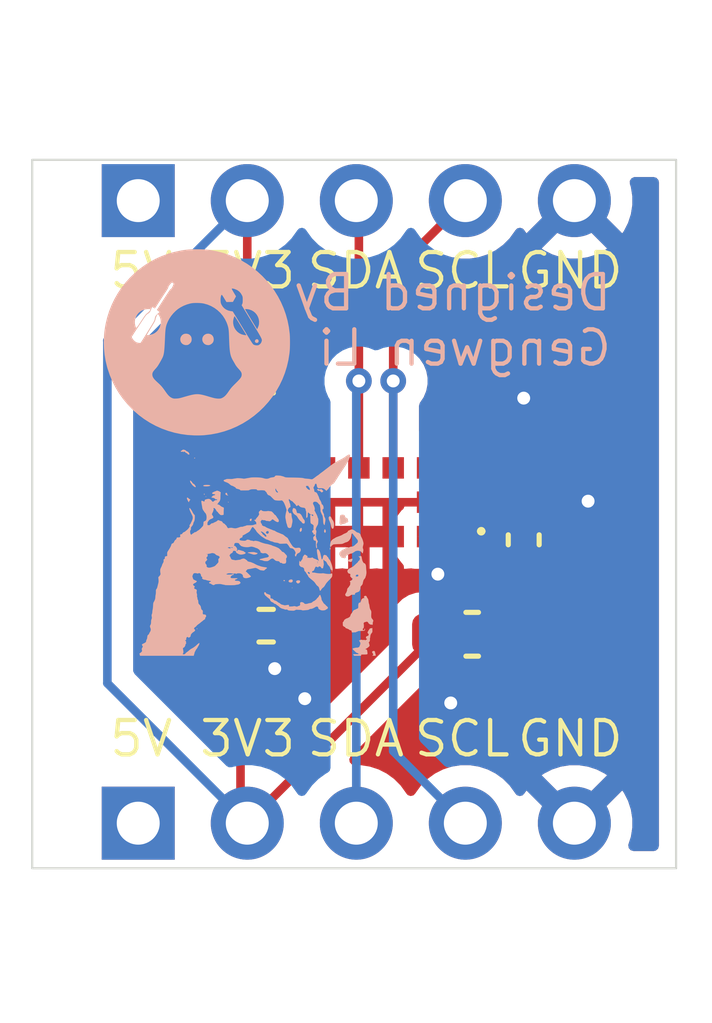
<source format=kicad_pcb>
(kicad_pcb (version 20241229) (generator "pcbnew") (generator_version "9.0")
  (layers (0 "F.Cu" mixed) (2 "B.Cu" signal) (13 "F.Paste" user) (15 "B.Paste" user) (5 "F.SilkS" user "F.Silkscreen") (7 "B.SilkS" user "B.Silkscreen") (1 "F.Mask" user) (3 "B.Mask" user) (25 "Edge.Cuts" user))
  (net 0 "")
  (net 1 "+3.3V")
  (net 2 "/scl")
  (net 3 "GND")
  (net 4 "+5V")
  (net 5 "/sda")
  (net 6 "Net-(IC1-XSHUT)")
  (net 8 "Net-(IC1-GPIO1)")
  (footprint "Resistor_SMD:R_0402_1005Metric_Pad0.72x0.64mm_HandSolder" (layer "F.Cu") (at 124.5 115)
    (property "Reference" "R21" (hide yes))
    (property "Value" "10k" (hide yes))
    (pad "1" smd roundrect (at -0.5975 0) (size 0.715 0.64) (layers "F.Cu" "F.Mask" "F.Paste") (net 1 "+3.3V"))
    (pad "2" smd roundrect (at 0.5975 0) (size 0.715 0.64) (layers "F.Cu" "F.Mask" "F.Paste") (net 6 "Net-(IC1-XSHUT)"))
  )
  (footprint "Resistor_SMD:R_0402_1005Metric_Pad0.72x0.64mm_HandSolder" (layer "F.Cu") (at 124.5 109.2 180)
    (property "Reference" "R20" (hide yes))
    (property "Value" "10k" (hide yes))
    (pad "1" smd roundrect (at -0.5975 0 180) (size 0.715 0.64) (layers "F.Cu" "F.Mask" "F.Paste") (net 8 "Net-(IC1-GPIO1)"))
    (pad "2" smd roundrect (at 0.5975 0 180) (size 0.715 0.64) (layers "F.Cu" "F.Mask" "F.Paste") (net 1 "+3.3V"))
  )
  (footprint "Capacitor_SMD:C_0603_1608Metric_Pad1.08x0.95mm_HandSolder" (layer "F.Cu") (at 129.3 115.2)
    (property "Reference" "C12" (hide yes))
    (property "Value" "4.7u" (hide yes))
    (pad "1" smd roundrect (at -0.8625 0) (size 1.075 0.95) (layers "F.Cu" "F.Mask" "F.Paste") (net 1 "+3.3V"))
    (pad "2" smd roundrect (at 0.8625 0) (size 1.075 0.95) (layers "F.Cu" "F.Mask" "F.Paste") (net 3 "GND"))
  )
  (footprint "Capacitor_SMD:C_0402_1005Metric_Pad0.74x0.62mm_HandSolder" (layer "F.Cu") (at 130.5 113 90)
    (property "Reference" "C11" (hide yes))
    (property "Value" "0.1u" (hide yes))
    (pad "1" smd roundrect (at -0.5675 0 90) (size 0.735 0.62) (layers "F.Cu" "F.Mask" "F.Paste") (net 1 "+3.3V"))
    (pad "2" smd roundrect (at 0.5675 0 90) (size 0.735 0.62) (layers "F.Cu" "F.Mask" "F.Paste") (net 3 "GND"))
  )
  (footprint "Connector_PinHeader_2.54mm:PinHeader_1x05_P2.54mm_Vertical" (layer "F.Cu") (at 121.52 119.6 90)
    (property "Reference" "J4" (hide yes))
    (property "Value" "Conn_01x05")
    (pad "1" thru_hole rect (at 0 0 90) (size 1.7 1.7) (drill 1) (layers "*.Cu" "*.Mask") (net 4 "+5V"))
    (pad "2" thru_hole circle (at 0 2.54 90) (size 1.7 1.7) (drill 1) (layers "*.Cu" "*.Mask") (net 1 "+3.3V"))
    (pad "3" thru_hole circle (at 0 5.08 90) (size 1.7 1.7) (drill 1) (layers "*.Cu" "*.Mask") (net 5 "/sda"))
    (pad "4" thru_hole circle (at 0 7.62 90) (size 1.7 1.7) (drill 1) (layers "*.Cu" "*.Mask") (net 2 "/scl"))
    (pad "5" thru_hole circle (at 0 10.16 90) (size 1.7 1.7) (drill 1) (layers "*.Cu" "*.Mask") (net 3 "GND"))
  )
  (footprint "VL53L4CD:VL53L4CDV0DH1" (layer "F.Cu") (at 126.66 112.125)
    (property "Reference" "IC1" (hide yes))
    (property "Value" "VL53L4CDV0DH_1" (hide yes))
    (pad "1" smd rect (at 1.64 0.675 90) (size 0.25 0.58) (layers "F.Cu" "F.Mask" "F.Paste") (net 1 "+3.3V"))
    (pad "2" smd rect (at 0.8 0.8 90) (size 0.5 0.5) (layers "F.Cu" "F.Mask" "F.Paste") (net 3 "GND"))
    (pad "3" smd rect (at 0 0.8 90) (size 0.5 0.5) (layers "F.Cu" "F.Mask" "F.Paste") (net 3 "GND"))
    (pad "4" smd rect (at -0.8 0.8 90) (size 0.5 0.5) (layers "F.Cu" "F.Mask" "F.Paste") (net 3 "GND"))
    (pad "5" smd rect (at -1.6 0.8 90) (size 0.5 0.5) (layers "F.Cu" "F.Mask" "F.Paste") (net 6 "Net-(IC1-XSHUT)"))
    (pad "6" smd rect (at -1.6 0 90) (size 0.5 0.5) (layers "F.Cu" "F.Mask" "F.Paste") (net 3 "GND"))
    (pad "7" smd rect (at -1.6 -0.8 90) (size 0.5 0.5) (layers "F.Cu" "F.Mask" "F.Paste") (net 8 "Net-(IC1-GPIO1)"))
    (pad "8" smd rect (at -0.8 -0.8 90) (size 0.5 0.5) (layers "F.Cu" "F.Mask" "F.Paste"))
    (pad "9" smd rect (at 0 -0.8 90) (size 0.5 0.5) (layers "F.Cu" "F.Mask" "F.Paste") (net 5 "/sda"))
    (pad "10" smd rect (at 0.8 -0.8 90) (size 0.5 0.5) (layers "F.Cu" "F.Mask" "F.Paste") (net 2 "/scl"))
    (pad "11" smd rect (at 1.6 -0.8 90) (size 0.5 0.5) (layers "F.Cu" "F.Mask" "F.Paste") (net 1 "+3.3V"))
    (pad "12" smd rect (at 1.6 -0.001 90) (size 0.5 0.5) (layers "F.Cu" "F.Mask" "F.Paste") (net 3 "GND"))
    (pad "13" smd rect (at 1.6 0.925 90) (size 0.25 0.5) (layers "F.Cu" "F.Mask" "F.Paste") (net 1 "+3.3V"))
  )
  (footprint "Connector_PinHeader_2.54mm:PinHeader_1x05_P2.54mm_Vertical" (layer "F.Cu") (at 121.52 105.1 90)
    (property "Reference" "J4" (hide yes))
    (property "Value" "Conn_01x05")
    (pad "1" thru_hole rect (at 0 0 90) (size 1.7 1.7) (drill 1) (layers "*.Cu" "*.Mask") (net 4 "+5V"))
    (pad "2" thru_hole circle (at 0 2.54 90) (size 1.7 1.7) (drill 1) (layers "*.Cu" "*.Mask") (net 1 "+3.3V"))
    (pad "3" thru_hole circle (at 0 5.08 90) (size 1.7 1.7) (drill 1) (layers "*.Cu" "*.Mask") (net 5 "/sda"))
    (pad "4" thru_hole circle (at 0 7.62 90) (size 1.7 1.7) (drill 1) (layers "*.Cu" "*.Mask") (net 2 "/scl"))
    (pad "5" thru_hole circle (at 0 10.16 90) (size 1.7 1.7) (drill 1) (layers "*.Cu" "*.Mask") (net 3 "GND"))
  )
  (footprint "LOGO" (layer "B.Cu") (at 124.498384 113.196251 180)
    (property "Reference" "G***" (hide yes))
    (property "Value" "LOGO" (hide yes))
  )
  (footprint "LOGO" (layer "B.Cu") (at 122.9 108.4 180)
    (property "Reference" "G***" (hide yes))
    (property "Value" "LOGO" (hide yes))
  )
  (gr_rect (start 119.05 104.15) (end 134.05 120.65) (stroke (width 0.05)) (fill no) (layer "Edge.Cuts"))
  (gr_text "SDA" (at 125.4 118.1 0) (layer "F.SilkS") (effects (font (size 0.8 0.8) (thickness 0.1) (bold yes)) (justify left bottom)))
  (gr_text "3V3" (at 122.9 118.1 0) (layer "F.SilkS") (effects (font (size 0.8 0.8) (thickness 0.1) (bold yes)) (justify left bottom)))
  (gr_text "5V" (at 120.8 118.1 0) (layer "F.SilkS") (effects (font (size 0.8 0.8) (thickness 0.1) (bold yes)) (justify left bottom)))
  (gr_text "SCL\n" (at 127.9 107.2 0) (layer "F.SilkS") (effects (font (size 0.8 0.8) (thickness 0.1) (bold yes)) (justify left bottom)))
  (gr_text "5V" (at 120.8 107.2 0) (layer "F.SilkS") (effects (font (size 0.8 0.8) (thickness 0.1) (bold yes)) (justify left bottom)))
  (gr_text "SCL\n" (at 127.9 118.1 0) (layer "F.SilkS") (effects (font (size 0.8 0.8) (thickness 0.1) (bold yes)) (justify left bottom)))
  (gr_text "GND\n" (at 130.3 107.2 0) (layer "F.SilkS") (effects (font (size 0.8 0.8) (thickness 0.1) (bold yes)) (justify left bottom)))
  (gr_text "SDA" (at 125.4 107.2 0) (layer "F.SilkS") (effects (font (size 0.8 0.8) (thickness 0.1) (bold yes)) (justify left bottom)))
  (gr_text "GND\n" (at 130.3 118.1 0) (layer "F.SilkS") (effects (font (size 0.8 0.8) (thickness 0.1) (bold yes)) (justify left bottom)))
  (gr_text "3V3" (at 122.9 107.2 0) (layer "F.SilkS") (effects (font (size 0.8 0.8) (thickness 0.1) (bold yes)) (justify left bottom)))
  (gr_text "Designed By\nGengwen Li" (at 132.6 109 0) (layer "B.SilkS") (effects (font (size 0.8 0.8) (thickness 0.1) (bold yes)) (justify left bottom mirror)))
  (segment (start 130.5 113.5675) (end 129.8795 113.5675) (width 0.2) (layer "F.Cu") (net 1))
  (segment (start 124.06 109.0425) (end 123.9025 109.2) (width 0.2) (layer "F.Cu") (net 1))
  (segment (start 123.9025 118.9425) (end 124.06 119.1) (width 0.2) (layer "F.Cu") (net 1))
  (segment (start 128.563 111.325) (end 128.811 111.573) (width 0.2) (layer "F.Cu") (net 1))
  (segment (start 124.06 119.6) (end 128.4375 115.2225) (width 0.2) (layer "F.Cu") (net 1))
  (segment (start 124.06 105.1) (end 124.06 109.0425) (width 0.2) (layer "F.Cu") (net 1))
  (segment (start 128.4375 115.0095) (end 129.8795 113.5675) (width 0.2) (layer "F.Cu") (net 1))
  (segment (start 128.811 112.499) (end 128.26 113.05) (width 0.2) (layer "F.Cu") (net 1))
  (segment (start 128.811 111.573) (end 128.811 112.499) (width 0.2) (layer "F.Cu") (net 1))
  (segment (start 129.8795 113.5675) (end 128.811 112.499) (width 0.2) (layer "F.Cu") (net 1))
  (segment (start 123.9025 119.4425) (end 124.06 119.6) (width 0.2) (layer "F.Cu") (net 1))
  (segment (start 128.4375 115.2225) (end 128.4375 115.2) (width 0.2) (layer "F.Cu") (net 1))
  (segment (start 128.26 111.325) (end 128.563 111.325) (width 0.2) (layer "F.Cu") (net 1))
  (segment (start 123.9025 115) (end 123.9025 119.4425) (width 0.2) (layer "F.Cu") (net 1))
  (segment (start 128.4375 115.2) (end 128.4375 115.0095) (width 0.2) (layer "F.Cu") (net 1))
  (segment (start 120.801 108.359) (end 120.801 116.341) (width 0.2) (layer "B.Cu") (net 1))
  (segment (start 120.801 116.341) (end 124.06 119.6) (width 0.2) (layer "B.Cu") (net 1))
  (segment (start 124.06 105.1) (end 120.801 108.359) (width 0.2) (layer "B.Cu") (net 1))
  (segment (start 127.46 106.78) (end 129.14 105.1) (width 0.2) (layer "F.Cu") (net 2))
  (segment (start 127.46 111.325) (end 127.46 109.3) (width 0.2) (layer "F.Cu") (net 2))
  (segment (start 127.46 109.3) (end 127.46 106.78) (width 0.2) (layer "F.Cu") (net 2))
  (via (at 127.46 109.3) (size 0.6) (drill 0.3) (layers "F.Cu" "B.Cu") (net 2))
  (segment (start 127.46 117.92) (end 129.14 119.6) (width 0.2) (layer "B.Cu") (net 2))
  (segment (start 127.46 109.3) (end 127.46 117.92) (width 0.2) (layer "B.Cu") (net 2))
  (segment (start 125.86 112.185) (end 125.8 112.125) (width 0.2) (layer "F.Cu") (net 3))
  (segment (start 125.8 112.125) (end 126.6 112.125) (width 0.2) (layer "F.Cu") (net 3))
  (segment (start 127.5 112.125) (end 128.259 112.125) (width 0.2) (layer "F.Cu") (net 3))
  (segment (start 127.46 112.165) (end 127.5 112.125) (width 0.2) (layer "F.Cu") (net 3))
  (segment (start 127.46 112.925) (end 127.46 112.165) (width 0.2) (layer "F.Cu") (net 3))
  (segment (start 126.66 112.925) (end 126.66 112.185) (width 0.2) (layer "F.Cu") (net 3))
  (segment (start 128.259 112.125) (end 128.26 112.124) (width 0.2) (layer "F.Cu") (net 3))
  (segment (start 126.66 112.185) (end 126.6 112.125) (width 0.2) (layer "F.Cu") (net 3))
  (segment (start 125.86 112.925) (end 125.86 112.185) (width 0.2) (layer "F.Cu") (net 3))
  (segment (start 125.06 112.125) (end 125.8 112.125) (width 0.2) (layer "F.Cu") (net 3))
  (segment (start 126.6 112.125) (end 127.5 112.125) (width 0.2) (layer "F.Cu") (net 3))
  (via (at 124.7 116) (size 0.6) (drill 0.3) (layers "F.Cu" "B.Cu") (net 3))
  (via (at 125.4 116.7) (size 0.6) (drill 0.3) (layers "F.Cu" "B.Cu") (net 3))
  (via (at 132 112.1) (size 0.6) (drill 0.3) (layers "F.Cu" "B.Cu") (net 3))
  (via (at 128.5 113.8) (size 0.6) (drill 0.3) (layers "F.Cu" "B.Cu") (net 3))
  (via (at 130.5 109.7) (size 0.6) (drill 0.3) (layers "F.Cu" "B.Cu") (net 3))
  (via (at 128.8 116.8) (size 0.6) (drill 0.3) (layers "F.Cu" "B.Cu") (net 3))
  (segment (start 121.52 119.1) (end 121.52 119.08) (width 0.3) (layer "F.Cu") (net 4))
  (segment (start 126.66 105.16) (end 126.6 105.1) (width 0.2) (layer "F.Cu") (net 5))
  (segment (start 126.66 111.325) (end 126.66 109.3) (width 0.2) (layer "F.Cu") (net 5))
  (segment (start 126.66 109.3) (end 126.66 105.16) (width 0.2) (layer "F.Cu") (net 5))
  (via (at 126.66 109.3) (size 0.6) (drill 0.3) (layers "F.Cu" "B.Cu") (net 5))
  (segment (start 126.5 119) (end 126.6 119.1) (width 0.2) (layer "B.Cu") (net 5))
  (segment (start 126.66 109.3) (end 126.6 109.36) (width 0.2) (layer "B.Cu") (net 5))
  (segment (start 126.6 109.36) (end 126.6 119.6) (width 0.2) (layer "B.Cu") (net 5))
  (segment (start 125.06 114.9625) (end 125.0975 115) (width 0.2) (layer "F.Cu") (net 6))
  (segment (start 125.06 112.925) (end 125.06 114.9625) (width 0.2) (layer "F.Cu") (net 6))
  (segment (start 125.06 109.2375) (end 125.0975 109.2) (width 0.2) (layer "F.Cu") (net 8))
  (segment (start 125.06 111.325) (end 125.06 109.2375) (width 0.2) (layer "F.Cu") (net 8))
  (zone (net 3) (net_name "GND") (layers "F.Cu" "B.Cu") (priority 1) (connect_pads (clearance 0.5)) (min_thickness 0.25) (fill yes (thermal_gap 0.5) (thermal_bridge_width 0.5))
    (polygon (pts (xy 118.3 103.7) (xy 134.75 103.7) (xy 134.75 121.5) (xy 118.3 121.5)))
  )
)
</source>
